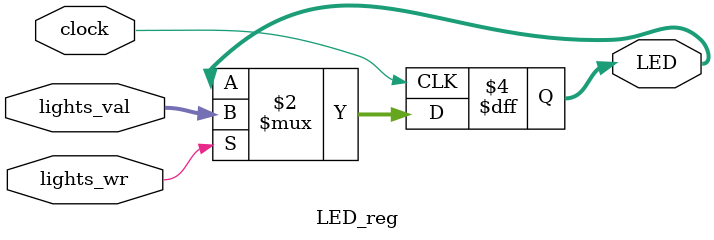
<source format=sv>
`timescale 1ns / 1ps
`default_nettype none


module LED_reg(
    input wire clock,
    input wire lights_wr,
    input wire [15:0] lights_val,
    output logic [15:0] LED
    );
    
    //LED
    always_ff @(posedge clock) begin
        if (lights_wr)
            LED <= lights_val;
    end
    
endmodule

</source>
